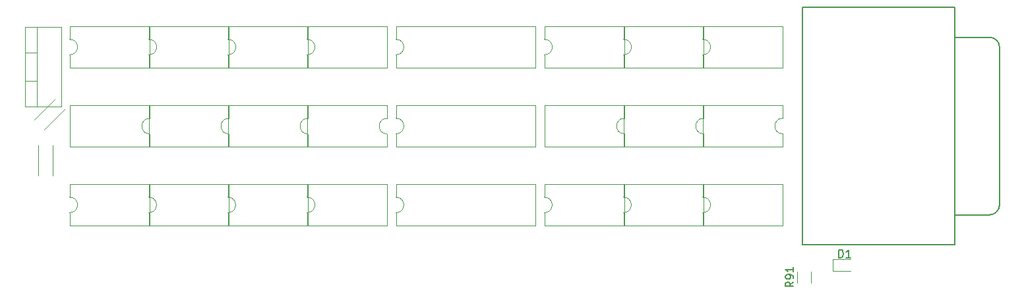
<source format=gbr>
%TF.GenerationSoftware,KiCad,Pcbnew,7.0.5*%
%TF.CreationDate,2024-12-02T20:38:50-05:00*%
%TF.ProjectId,stepper_motor_controller_2,73746570-7065-4725-9f6d-6f746f725f63,rev?*%
%TF.SameCoordinates,Original*%
%TF.FileFunction,Legend,Top*%
%TF.FilePolarity,Positive*%
%FSLAX46Y46*%
G04 Gerber Fmt 4.6, Leading zero omitted, Abs format (unit mm)*
G04 Created by KiCad (PCBNEW 7.0.5) date 2024-12-02 20:38:50*
%MOMM*%
%LPD*%
G01*
G04 APERTURE LIST*
%ADD10C,0.150000*%
%ADD11C,0.120000*%
%ADD12C,0.127000*%
G04 APERTURE END LIST*
D10*
%TO.C,D1*%
X235862905Y-86091819D02*
X235862905Y-85091819D01*
X235862905Y-85091819D02*
X236101000Y-85091819D01*
X236101000Y-85091819D02*
X236243857Y-85139438D01*
X236243857Y-85139438D02*
X236339095Y-85234676D01*
X236339095Y-85234676D02*
X236386714Y-85329914D01*
X236386714Y-85329914D02*
X236434333Y-85520390D01*
X236434333Y-85520390D02*
X236434333Y-85663247D01*
X236434333Y-85663247D02*
X236386714Y-85853723D01*
X236386714Y-85853723D02*
X236339095Y-85948961D01*
X236339095Y-85948961D02*
X236243857Y-86044200D01*
X236243857Y-86044200D02*
X236101000Y-86091819D01*
X236101000Y-86091819D02*
X235862905Y-86091819D01*
X237386714Y-86091819D02*
X236815286Y-86091819D01*
X237101000Y-86091819D02*
X237101000Y-85091819D01*
X237101000Y-85091819D02*
X237005762Y-85234676D01*
X237005762Y-85234676D02*
X236910524Y-85329914D01*
X236910524Y-85329914D02*
X236815286Y-85377533D01*
%TO.C,R91*%
X230028819Y-89233857D02*
X229552628Y-89567190D01*
X230028819Y-89805285D02*
X229028819Y-89805285D01*
X229028819Y-89805285D02*
X229028819Y-89424333D01*
X229028819Y-89424333D02*
X229076438Y-89329095D01*
X229076438Y-89329095D02*
X229124057Y-89281476D01*
X229124057Y-89281476D02*
X229219295Y-89233857D01*
X229219295Y-89233857D02*
X229362152Y-89233857D01*
X229362152Y-89233857D02*
X229457390Y-89281476D01*
X229457390Y-89281476D02*
X229505009Y-89329095D01*
X229505009Y-89329095D02*
X229552628Y-89424333D01*
X229552628Y-89424333D02*
X229552628Y-89805285D01*
X230028819Y-88757666D02*
X230028819Y-88567190D01*
X230028819Y-88567190D02*
X229981200Y-88471952D01*
X229981200Y-88471952D02*
X229933580Y-88424333D01*
X229933580Y-88424333D02*
X229790723Y-88329095D01*
X229790723Y-88329095D02*
X229600247Y-88281476D01*
X229600247Y-88281476D02*
X229219295Y-88281476D01*
X229219295Y-88281476D02*
X229124057Y-88329095D01*
X229124057Y-88329095D02*
X229076438Y-88376714D01*
X229076438Y-88376714D02*
X229028819Y-88471952D01*
X229028819Y-88471952D02*
X229028819Y-88662428D01*
X229028819Y-88662428D02*
X229076438Y-88757666D01*
X229076438Y-88757666D02*
X229124057Y-88805285D01*
X229124057Y-88805285D02*
X229219295Y-88852904D01*
X229219295Y-88852904D02*
X229457390Y-88852904D01*
X229457390Y-88852904D02*
X229552628Y-88805285D01*
X229552628Y-88805285D02*
X229600247Y-88757666D01*
X229600247Y-88757666D02*
X229647866Y-88662428D01*
X229647866Y-88662428D02*
X229647866Y-88471952D01*
X229647866Y-88471952D02*
X229600247Y-88376714D01*
X229600247Y-88376714D02*
X229552628Y-88329095D01*
X229552628Y-88329095D02*
X229457390Y-88281476D01*
X230028819Y-87329095D02*
X230028819Y-87900523D01*
X230028819Y-87614809D02*
X229028819Y-87614809D01*
X229028819Y-87614809D02*
X229171676Y-87710047D01*
X229171676Y-87710047D02*
X229266914Y-87805285D01*
X229266914Y-87805285D02*
X229314533Y-87900523D01*
D11*
%TO.C,U10*%
X137110000Y-81960000D02*
X147390000Y-81960000D01*
X147390000Y-81960000D02*
X147390000Y-76660000D01*
X137110000Y-80310000D02*
X137110000Y-81960000D01*
X137110000Y-76660000D02*
X137110000Y-78310000D01*
X147390000Y-76660000D02*
X137110000Y-76660000D01*
X137110000Y-80310000D02*
G75*
G03*
X137110000Y-78310000I0J1000000D01*
G01*
%TO.C,U15*%
X208220000Y-81970000D02*
X218500000Y-81970000D01*
X218500000Y-81970000D02*
X218500000Y-76670000D01*
X208220000Y-80320000D02*
X208220000Y-81970000D01*
X208220000Y-76670000D02*
X208220000Y-78320000D01*
X218500000Y-76670000D02*
X208220000Y-76670000D01*
X208220000Y-80320000D02*
G75*
G03*
X208220000Y-78320000I0J1000000D01*
G01*
D12*
%TO.C,J2*%
X231185000Y-84450000D02*
X231185000Y-53870000D01*
X250795000Y-84450000D02*
X231185000Y-84450000D01*
X250795000Y-84450000D02*
X250795000Y-80590000D01*
X250795000Y-80590000D02*
X250795000Y-57730000D01*
X255225000Y-80590000D02*
X250795000Y-80590000D01*
X256495000Y-79460000D02*
X256495000Y-79320000D01*
X256495000Y-79320000D02*
X256495000Y-59000000D01*
X256495000Y-59000000D02*
X256495000Y-58860000D01*
X250795000Y-57730000D02*
X250795000Y-53870000D01*
X255225000Y-57730000D02*
X250795000Y-57730000D01*
X231185000Y-53870000D02*
X250795000Y-53870000D01*
X255225000Y-80590000D02*
G75*
G03*
X256495000Y-79320000I1J1269999D01*
G01*
X256495000Y-59000000D02*
G75*
G03*
X255225000Y-57730000I-1270000J0D01*
G01*
D11*
%TO.C,U2*%
X147270000Y-61640000D02*
X157550000Y-61640000D01*
X157550000Y-61640000D02*
X157550000Y-56340000D01*
X147270000Y-59990000D02*
X147270000Y-61640000D01*
X147270000Y-56340000D02*
X147270000Y-57990000D01*
X157550000Y-56340000D02*
X147270000Y-56340000D01*
X147270000Y-59990000D02*
G75*
G03*
X147270000Y-57990000I0J1000000D01*
G01*
%TO.C,U6*%
X147260000Y-81970000D02*
X157540000Y-81970000D01*
X157540000Y-81970000D02*
X157540000Y-76670000D01*
X147260000Y-80320000D02*
X147260000Y-81970000D01*
X147260000Y-76670000D02*
X147260000Y-78320000D01*
X157540000Y-76670000D02*
X147260000Y-76670000D01*
X147260000Y-80320000D02*
G75*
G03*
X147260000Y-78320000I0J1000000D01*
G01*
%TO.C,D1*%
X235116000Y-86332000D02*
X235116000Y-87802000D01*
X235116000Y-87802000D02*
X237401000Y-87802000D01*
X237401000Y-86332000D02*
X235116000Y-86332000D01*
%TO.C,U13*%
X198060000Y-81970000D02*
X208340000Y-81970000D01*
X208340000Y-81970000D02*
X208340000Y-76670000D01*
X198060000Y-80320000D02*
X198060000Y-81970000D01*
X198060000Y-76670000D02*
X198060000Y-78320000D01*
X208340000Y-76670000D02*
X198060000Y-76670000D01*
X198060000Y-80320000D02*
G75*
G03*
X198060000Y-78320000I0J1000000D01*
G01*
%TO.C,U28*%
X179010000Y-81970000D02*
X196910000Y-81970000D01*
X196910000Y-81970000D02*
X196910000Y-76670000D01*
X179010000Y-80320000D02*
X179010000Y-81970000D01*
X179010000Y-76670000D02*
X179010000Y-78320000D01*
X196910000Y-76670000D02*
X179010000Y-76670000D01*
X179010000Y-80320000D02*
G75*
G03*
X179010000Y-78320000I0J1000000D01*
G01*
%TO.C,U14*%
X218390000Y-61640000D02*
X228670000Y-61640000D01*
X228670000Y-61640000D02*
X228670000Y-56340000D01*
X218390000Y-59990000D02*
X218390000Y-61640000D01*
X218390000Y-56340000D02*
X218390000Y-57990000D01*
X228670000Y-56340000D02*
X218390000Y-56340000D01*
X218390000Y-59990000D02*
G75*
G03*
X218390000Y-57990000I0J1000000D01*
G01*
%TO.C,U25*%
X157420000Y-81970000D02*
X167700000Y-81970000D01*
X167700000Y-81970000D02*
X167700000Y-76670000D01*
X157420000Y-80320000D02*
X157420000Y-81970000D01*
X157420000Y-76670000D02*
X157420000Y-78320000D01*
X167700000Y-76670000D02*
X157420000Y-76670000D01*
X157420000Y-80320000D02*
G75*
G03*
X157420000Y-78320000I0J1000000D01*
G01*
%TO.C,U18*%
X218500000Y-66510000D02*
X208220000Y-66510000D01*
X208220000Y-66510000D02*
X208220000Y-71810000D01*
X218500000Y-68160000D02*
X218500000Y-66510000D01*
X218500000Y-71810000D02*
X218500000Y-70160000D01*
X208220000Y-71810000D02*
X218500000Y-71810000D01*
X218500000Y-68160000D02*
G75*
G03*
X218500000Y-70160000I0J-1000000D01*
G01*
%TO.C,U12*%
X208230000Y-61640000D02*
X218510000Y-61640000D01*
X218510000Y-61640000D02*
X218510000Y-56340000D01*
X208230000Y-59990000D02*
X208230000Y-61640000D01*
X208230000Y-56340000D02*
X208230000Y-57990000D01*
X218510000Y-56340000D02*
X208230000Y-56340000D01*
X208230000Y-59990000D02*
G75*
G03*
X208230000Y-57990000I0J1000000D01*
G01*
%TO.C,R91*%
X230484000Y-89318064D02*
X230484000Y-87863936D01*
X232304000Y-89318064D02*
X232304000Y-87863936D01*
%TO.C,U17*%
X218390000Y-81960000D02*
X228670000Y-81960000D01*
X228670000Y-81960000D02*
X228670000Y-76660000D01*
X218390000Y-80310000D02*
X218390000Y-81960000D01*
X218390000Y-76660000D02*
X218390000Y-78310000D01*
X228670000Y-76660000D02*
X218390000Y-76660000D01*
X218390000Y-80310000D02*
G75*
G03*
X218390000Y-78310000I0J1000000D01*
G01*
%TO.C,U16*%
X208340000Y-66510000D02*
X198060000Y-66510000D01*
X198060000Y-66510000D02*
X198060000Y-71810000D01*
X208340000Y-68160000D02*
X208340000Y-66510000D01*
X208340000Y-71810000D02*
X208340000Y-70160000D01*
X198060000Y-71810000D02*
X208340000Y-71810000D01*
X208340000Y-68160000D02*
G75*
G03*
X208340000Y-70160000I0J-1000000D01*
G01*
%TO.C,R38*%
X134905000Y-71685000D02*
X134905000Y-75525000D01*
X133065000Y-71685000D02*
X133065000Y-75525000D01*
%TO.C,U4*%
X147370000Y-66520000D02*
X137090000Y-66520000D01*
X137090000Y-66520000D02*
X137090000Y-71820000D01*
X147370000Y-68170000D02*
X147370000Y-66520000D01*
X147370000Y-71820000D02*
X147370000Y-70170000D01*
X137090000Y-71820000D02*
X147370000Y-71820000D01*
X147370000Y-68170000D02*
G75*
G03*
X147370000Y-70170000I0J-1000000D01*
G01*
%TO.C,U20*%
X198070000Y-61640000D02*
X208350000Y-61640000D01*
X208350000Y-61640000D02*
X208350000Y-56340000D01*
X198070000Y-59990000D02*
X198070000Y-61640000D01*
X198070000Y-56340000D02*
X198070000Y-57990000D01*
X208350000Y-56340000D02*
X198070000Y-56340000D01*
X198070000Y-59990000D02*
G75*
G03*
X198070000Y-57990000I0J1000000D01*
G01*
%TO.C,U5*%
X137110000Y-61640000D02*
X147390000Y-61640000D01*
X147390000Y-61640000D02*
X147390000Y-56340000D01*
X137110000Y-59990000D02*
X137110000Y-61640000D01*
X137110000Y-56340000D02*
X137110000Y-57990000D01*
X147390000Y-56340000D02*
X137110000Y-56340000D01*
X137110000Y-59990000D02*
G75*
G03*
X137110000Y-57990000I0J1000000D01*
G01*
%TO.C,U3*%
X179010000Y-71810000D02*
X196910000Y-71810000D01*
X196910000Y-71810000D02*
X196910000Y-66510000D01*
X179010000Y-70160000D02*
X179010000Y-71810000D01*
X179010000Y-66510000D02*
X179010000Y-68160000D01*
X196910000Y-66510000D02*
X179010000Y-66510000D01*
X179010000Y-70160000D02*
G75*
G03*
X179010000Y-68160000I0J1000000D01*
G01*
%TO.C,U1*%
X179005000Y-61640000D02*
X196905000Y-61640000D01*
X196905000Y-61640000D02*
X196905000Y-56340000D01*
X179005000Y-59990000D02*
X179005000Y-61640000D01*
X179005000Y-56340000D02*
X179005000Y-57990000D01*
X196905000Y-56340000D02*
X179005000Y-56340000D01*
X179005000Y-59990000D02*
G75*
G03*
X179005000Y-57990000I0J1000000D01*
G01*
%TO.C,U11*%
X131350000Y-66660000D02*
X135991000Y-66660000D01*
X131350000Y-66660000D02*
X131350000Y-56420000D01*
X132860000Y-66660000D02*
X132860000Y-56420000D01*
X135991000Y-66660000D02*
X135991000Y-56420000D01*
X131350000Y-63390000D02*
X132860000Y-63390000D01*
X131350000Y-59689000D02*
X132860000Y-59689000D01*
X131350000Y-56420000D02*
X135991000Y-56420000D01*
%TO.C,U8*%
X157530000Y-66520000D02*
X147250000Y-66520000D01*
X147250000Y-66520000D02*
X147250000Y-71820000D01*
X157530000Y-68170000D02*
X157530000Y-66520000D01*
X157530000Y-71820000D02*
X157530000Y-70170000D01*
X147250000Y-71820000D02*
X157530000Y-71820000D01*
X157530000Y-68170000D02*
G75*
G03*
X157530000Y-70170000I0J-1000000D01*
G01*
%TO.C,U26*%
X177850000Y-66520000D02*
X167570000Y-66520000D01*
X167570000Y-66520000D02*
X167570000Y-71820000D01*
X177850000Y-68170000D02*
X177850000Y-66520000D01*
X177850000Y-71820000D02*
X177850000Y-70170000D01*
X167570000Y-71820000D02*
X177850000Y-71820000D01*
X177850000Y-68170000D02*
G75*
G03*
X177850000Y-70170000I0J-1000000D01*
G01*
%TO.C,U9*%
X167590000Y-61640000D02*
X177870000Y-61640000D01*
X177870000Y-61640000D02*
X177870000Y-56340000D01*
X167590000Y-59990000D02*
X167590000Y-61640000D01*
X167590000Y-56340000D02*
X167590000Y-57990000D01*
X177870000Y-56340000D02*
X167590000Y-56340000D01*
X167590000Y-59990000D02*
G75*
G03*
X167590000Y-57990000I0J1000000D01*
G01*
%TO.C,U7*%
X157430000Y-61640000D02*
X167710000Y-61640000D01*
X167710000Y-61640000D02*
X167710000Y-56340000D01*
X157430000Y-59990000D02*
X157430000Y-61640000D01*
X157430000Y-56340000D02*
X157430000Y-57990000D01*
X167710000Y-56340000D02*
X157430000Y-56340000D01*
X157430000Y-59990000D02*
G75*
G03*
X157430000Y-57990000I0J1000000D01*
G01*
%TO.C,R37*%
X132527814Y-68346734D02*
X135243104Y-65631444D01*
X133828890Y-69647810D02*
X136544180Y-66932520D01*
%TO.C,U19*%
X228660000Y-66510000D02*
X218380000Y-66510000D01*
X218380000Y-66510000D02*
X218380000Y-71810000D01*
X228660000Y-68160000D02*
X228660000Y-66510000D01*
X228660000Y-71810000D02*
X228660000Y-70160000D01*
X218380000Y-71810000D02*
X228660000Y-71810000D01*
X228660000Y-68160000D02*
G75*
G03*
X228660000Y-70160000I0J-1000000D01*
G01*
%TO.C,U24*%
X167690000Y-66520000D02*
X157410000Y-66520000D01*
X157410000Y-66520000D02*
X157410000Y-71820000D01*
X167690000Y-68170000D02*
X167690000Y-66520000D01*
X167690000Y-71820000D02*
X167690000Y-70170000D01*
X157410000Y-71820000D02*
X167690000Y-71820000D01*
X167690000Y-68170000D02*
G75*
G03*
X167690000Y-70170000I0J-1000000D01*
G01*
%TO.C,U27*%
X167590000Y-81960000D02*
X177870000Y-81960000D01*
X177870000Y-81960000D02*
X177870000Y-76660000D01*
X167590000Y-80310000D02*
X167590000Y-81960000D01*
X167590000Y-76660000D02*
X167590000Y-78310000D01*
X177870000Y-76660000D02*
X167590000Y-76660000D01*
X167590000Y-80310000D02*
G75*
G03*
X167590000Y-78310000I0J1000000D01*
G01*
%TD*%
M02*

</source>
